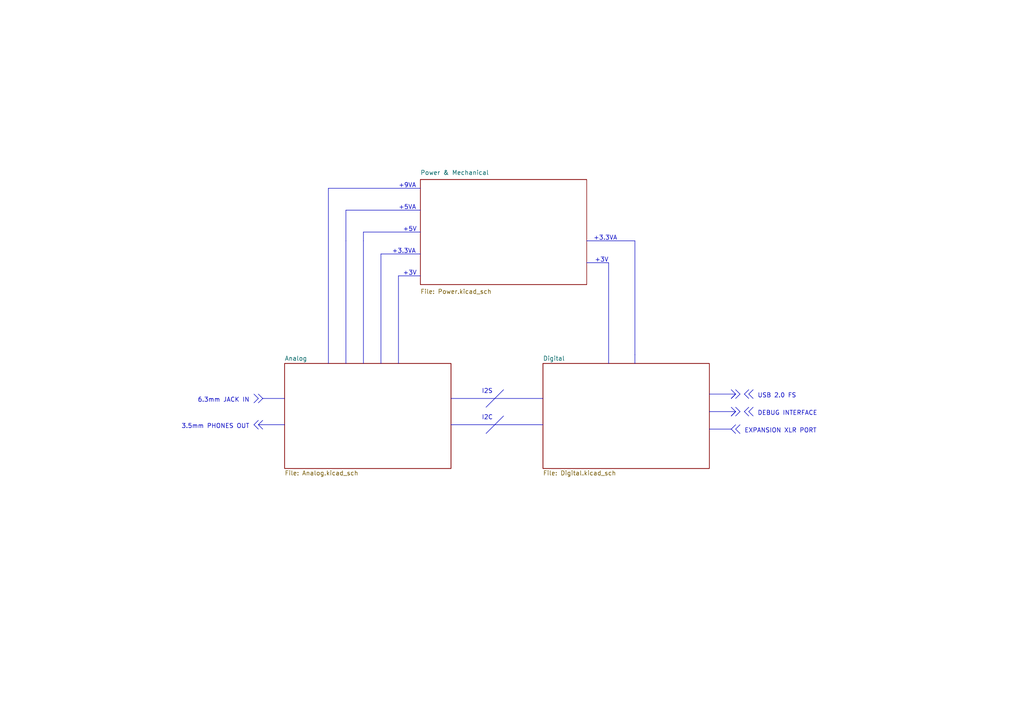
<source format=kicad_sch>
(kicad_sch (version 20230121) (generator eeschema)

  (uuid 74076231-107d-4bdf-9dd5-32b56350c043)

  (paper "A4")

  (title_block
    (title "Overview")
    (date "2024-03-14")
    (rev "v1.0")
  )

  (lib_symbols
  )


  (polyline (pts (xy 110.49 73.66) (xy 110.49 105.41))
    (stroke (width 0) (type default))
    (uuid 031b55ac-2f78-4d49-ac8c-8ffa810af2b7)
  )
  (polyline (pts (xy 218.44 118.11) (xy 217.17 119.38))
    (stroke (width 0) (type default))
    (uuid 032b7e1a-d3fa-43db-ba18-4809afc79ba3)
  )
  (polyline (pts (xy 215.9 119.38) (xy 217.17 118.11))
    (stroke (width 0) (type default))
    (uuid 0ba255d9-ee19-4e37-830d-41b843596d0b)
  )
  (polyline (pts (xy 100.33 60.96) (xy 100.33 69.85))
    (stroke (width 0) (type default))
    (uuid 0ffbf867-60bc-470e-abb9-f5a97c560612)
  )
  (polyline (pts (xy 205.74 114.3) (xy 213.36 114.3))
    (stroke (width 0) (type default))
    (uuid 135f2f81-75d0-4234-9311-08ecd42e84f0)
  )
  (polyline (pts (xy 215.9 114.3) (xy 217.17 115.57))
    (stroke (width 0) (type default))
    (uuid 25ace00b-72b1-4506-80c8-7a811e92f863)
  )
  (polyline (pts (xy 213.36 115.57) (xy 214.63 114.3))
    (stroke (width 0) (type default))
    (uuid 26e1352a-4b1b-4692-afca-209ca456c5bf)
  )
  (polyline (pts (xy 115.57 80.01) (xy 115.57 105.41))
    (stroke (width 0) (type default))
    (uuid 2a18b67e-52db-4ec1-9728-532b4c788e2e)
  )
  (polyline (pts (xy 74.93 123.19) (xy 76.2 124.46))
    (stroke (width 0) (type default))
    (uuid 2ddfcdc9-1962-4e61-b49c-c3728d85313e)
  )
  (polyline (pts (xy 170.18 76.2) (xy 176.53 76.2))
    (stroke (width 0) (type default))
    (uuid 32c13f0f-5efe-46f2-b474-e7a1e2a675e9)
  )
  (polyline (pts (xy 212.09 115.57) (xy 213.36 114.3))
    (stroke (width 0) (type default))
    (uuid 33507376-2ecf-4dc2-b3ff-352454709884)
  )
  (polyline (pts (xy 212.09 124.46) (xy 213.36 125.73))
    (stroke (width 0) (type default))
    (uuid 4873699e-f01a-428d-8e14-bfcc94c6e78e)
  )
  (polyline (pts (xy 140.97 118.11) (xy 146.05 113.03))
    (stroke (width 0) (type default))
    (uuid 4cc4bc3a-23ee-4219-a98d-cdaef02761af)
  )
  (polyline (pts (xy 213.36 124.46) (xy 214.63 125.73))
    (stroke (width 0) (type default))
    (uuid 5301264d-8ca7-4be6-bc35-b1f7beb43de2)
  )
  (polyline (pts (xy 105.41 69.85) (xy 105.41 105.41))
    (stroke (width 0) (type default))
    (uuid 59e1c0c6-8b3d-4fba-bf6f-d74e5891bf06)
  )
  (polyline (pts (xy 76.2 121.92) (xy 74.93 123.19))
    (stroke (width 0) (type default))
    (uuid 6057897c-4dad-4b14-817f-f33f34f02074)
  )
  (polyline (pts (xy 100.33 69.85) (xy 100.33 105.41))
    (stroke (width 0) (type default))
    (uuid 60db9494-449c-4e58-bc52-bd8167146f40)
  )
  (polyline (pts (xy 217.17 114.3) (xy 218.44 115.57))
    (stroke (width 0) (type default))
    (uuid 649ef268-7a2f-484d-95b5-ea7bd32edbd2)
  )
  (polyline (pts (xy 205.74 119.38) (xy 213.36 119.38))
    (stroke (width 0) (type default))
    (uuid 6b1ac323-500c-46bb-aa65-f6664763e16b)
  )
  (polyline (pts (xy 74.93 115.57) (xy 73.66 114.3))
    (stroke (width 0) (type default))
    (uuid 6f98d269-86bb-4053-85d0-4484672095ae)
  )
  (polyline (pts (xy 130.81 115.57) (xy 157.48 115.57))
    (stroke (width 0) (type default))
    (uuid 7230b173-6f59-4347-a1cb-c3d8f452db40)
  )
  (polyline (pts (xy 121.92 73.66) (xy 110.49 73.66))
    (stroke (width 0) (type default))
    (uuid 72fee6cf-1740-42f0-8714-aa34e97f04d9)
  )
  (polyline (pts (xy 213.36 120.65) (xy 214.63 119.38))
    (stroke (width 0) (type default))
    (uuid 75114deb-fdc1-48d6-b149-adcc1bc82a35)
  )
  (polyline (pts (xy 76.2 115.57) (xy 74.93 114.3))
    (stroke (width 0) (type default))
    (uuid 75fddc92-b0ec-4ca8-9d25-aa91993420aa)
  )
  (polyline (pts (xy 140.97 125.73) (xy 146.05 120.65))
    (stroke (width 0) (type default))
    (uuid 7af9ea12-4b4b-4e6b-9781-8997016851d0)
  )
  (polyline (pts (xy 95.25 54.61) (xy 95.25 105.41))
    (stroke (width 0) (type default))
    (uuid 8040ff08-6028-4e6a-97f6-6efb74385e3d)
  )
  (polyline (pts (xy 214.63 123.19) (xy 213.36 124.46))
    (stroke (width 0) (type default))
    (uuid 8478ed96-242a-4e4d-bf74-9e7f126ef574)
  )
  (polyline (pts (xy 215.9 114.3) (xy 217.17 113.03))
    (stroke (width 0) (type default))
    (uuid 84ec3b4d-e4f1-42f2-94f0-b6ab22724b15)
  )
  (polyline (pts (xy 121.92 80.01) (xy 115.57 80.01))
    (stroke (width 0) (type default))
    (uuid 91c55d02-0884-45d9-a24a-3b17e257f8d9)
  )
  (polyline (pts (xy 217.17 119.38) (xy 218.44 120.65))
    (stroke (width 0) (type default))
    (uuid 922146e3-3eef-4682-b3d4-b158aad387b6)
  )
  (polyline (pts (xy 76.2 115.57) (xy 74.93 116.84))
    (stroke (width 0) (type default))
    (uuid 93771e50-0a1d-4ce4-9925-294a1d096047)
  )
  (polyline (pts (xy 73.66 123.19) (xy 74.93 121.92))
    (stroke (width 0) (type default))
    (uuid 93fd632d-26ed-47d5-a7ac-22fc93af77c9)
  )
  (polyline (pts (xy 121.92 54.61) (xy 95.25 54.61))
    (stroke (width 0) (type default))
    (uuid 9ef2bb65-325d-48db-ae4d-e419e1ca9a0a)
  )
  (polyline (pts (xy 212.09 113.03) (xy 213.36 114.3))
    (stroke (width 0) (type default))
    (uuid a0a1fe94-fcda-4931-9449-f2fa7298cd8e)
  )
  (polyline (pts (xy 121.92 60.96) (xy 100.33 60.96))
    (stroke (width 0) (type default))
    (uuid a112f497-44ce-4097-997d-a7777b201051)
  )
  (polyline (pts (xy 212.09 120.65) (xy 213.36 119.38))
    (stroke (width 0) (type default))
    (uuid a679121d-de75-48fe-9ab1-f339fa31ff60)
  )
  (polyline (pts (xy 184.15 69.85) (xy 184.15 102.87))
    (stroke (width 0) (type default))
    (uuid a941ce33-d04f-415f-ba1c-c73f0eb1e711)
  )
  (polyline (pts (xy 215.9 119.38) (xy 217.17 120.65))
    (stroke (width 0) (type default))
    (uuid ae51566a-9d8c-4002-b21f-1cd921a8382a)
  )
  (polyline (pts (xy 130.81 123.19) (xy 157.48 123.19))
    (stroke (width 0) (type default))
    (uuid af7953ee-cf7a-4adb-b1ba-cc5c3cfabdc6)
  )
  (polyline (pts (xy 82.55 123.19) (xy 74.93 123.19))
    (stroke (width 0) (type default))
    (uuid b99247c2-0182-44a5-a2d6-4ee02892a4b0)
  )
  (polyline (pts (xy 82.55 115.57) (xy 76.2 115.57))
    (stroke (width 0) (type default))
    (uuid bb1fc7a3-3585-436a-b40b-71a416babe89)
  )
  (polyline (pts (xy 218.44 113.03) (xy 217.17 114.3))
    (stroke (width 0) (type default))
    (uuid bb68a923-e188-4108-b07d-9b8275122793)
  )
  (polyline (pts (xy 73.66 123.19) (xy 74.93 124.46))
    (stroke (width 0) (type default))
    (uuid c5f8d9c2-0f22-4aab-8dec-3e91d8e8d592)
  )
  (polyline (pts (xy 121.92 67.31) (xy 105.41 67.31))
    (stroke (width 0) (type default))
    (uuid cbc402af-d91f-43c6-9ccc-2458338c2041)
  )
  (polyline (pts (xy 205.74 124.46) (xy 212.09 124.46))
    (stroke (width 0) (type default))
    (uuid cf0bf4b4-5e12-4ea6-af91-01b12504216d)
  )
  (polyline (pts (xy 212.09 118.11) (xy 213.36 119.38))
    (stroke (width 0) (type default))
    (uuid d75ac085-9eaa-4bc0-b9af-0d10277a24e8)
  )
  (polyline (pts (xy 170.18 69.85) (xy 184.15 69.85))
    (stroke (width 0) (type default))
    (uuid e0819bd1-3ec7-4bc4-979c-5bb28a133605)
  )
  (polyline (pts (xy 184.15 102.87) (xy 184.15 105.41))
    (stroke (width 0) (type default))
    (uuid e8ec82e3-e51f-46c5-9aef-af78d99d8f37)
  )
  (polyline (pts (xy 213.36 118.11) (xy 214.63 119.38))
    (stroke (width 0) (type default))
    (uuid ec043b46-0b6c-4fb2-bf2f-147b39eb02ab)
  )
  (polyline (pts (xy 105.41 67.31) (xy 105.41 69.85))
    (stroke (width 0) (type default))
    (uuid ed67fd32-31d8-4de8-81fd-8467f7ddac9e)
  )
  (polyline (pts (xy 176.53 76.2) (xy 176.53 105.41))
    (stroke (width 0) (type default))
    (uuid f393f101-97ad-43c3-ac3e-a6c5312a383c)
  )
  (polyline (pts (xy 73.66 116.84) (xy 74.93 115.57))
    (stroke (width 0) (type default))
    (uuid f8c783bf-b70f-4a1a-9ee3-692381bdcb41)
  )
  (polyline (pts (xy 212.09 115.57) (xy 213.36 114.3))
    (stroke (width 0) (type default))
    (uuid fadb562d-c8e2-478a-a329-a9c26c387c75)
  )
  (polyline (pts (xy 212.09 124.46) (xy 213.36 123.19))
    (stroke (width 0) (type default))
    (uuid fe2095eb-c498-4423-9b44-0c49802ff3e8)
  )
  (polyline (pts (xy 213.36 113.03) (xy 214.63 114.3))
    (stroke (width 0) (type default))
    (uuid fe2d2d40-272b-497d-a3ac-05963dea2304)
  )
  (polyline (pts (xy 212.09 120.65) (xy 213.36 119.38))
    (stroke (width 0) (type default))
    (uuid ffe74524-afec-4593-b249-2d5553b103aa)
  )

  (text "+9VA\n" (at 115.57 54.61 0)
    (effects (font (size 1.27 1.27)) (justify left bottom))
    (uuid 0627037e-3e64-47c9-a9a7-53198cf5330e)
  )
  (text "+3V\n" (at 116.84 80.01 0)
    (effects (font (size 1.27 1.27)) (justify left bottom))
    (uuid 47f7f55f-6158-4ca5-88db-04d02d39e283)
  )
  (text "EXPANSION XLR PORT\n" (at 215.9 125.73 0)
    (effects (font (size 1.27 1.27)) (justify left bottom))
    (uuid 5cadf717-a28d-46f5-9379-81975670aaa7)
  )
  (text "6.3mm JACK IN\n" (at 72.39 116.84 0)
    (effects (font (size 1.27 1.27)) (justify right bottom))
    (uuid 70e0578f-6fbf-4e03-ad11-7b5622609b77)
  )
  (text "DEBUG INTERFACE\n" (at 219.71 120.65 0)
    (effects (font (size 1.27 1.27)) (justify left bottom))
    (uuid 7c1261cf-eca5-4937-b771-633a34a4a2e5)
  )
  (text "USB 2.0 FS" (at 219.71 115.57 0)
    (effects (font (size 1.27 1.27)) (justify left bottom))
    (uuid 7d4af6a7-f4f6-417b-a9f3-baf9eb4f5400)
  )
  (text "+3V\n" (at 176.53 76.2 0)
    (effects (font (size 1.27 1.27)) (justify right bottom))
    (uuid 9a73ee1e-2c1b-4b1b-b0a3-4c1c382fa6ee)
  )
  (text "+5V" (at 116.84 67.31 0)
    (effects (font (size 1.27 1.27)) (justify left bottom))
    (uuid a0d40766-e512-4a11-9066-90ce05e25089)
  )
  (text "I2C\n" (at 139.7 121.92 0)
    (effects (font (size 1.27 1.27)) (justify left bottom))
    (uuid a65aef38-a821-4bf7-9d3d-0f2cf99a4ff9)
  )
  (text "+3.3VA\n" (at 179.07 69.85 0)
    (effects (font (size 1.27 1.27)) (justify right bottom))
    (uuid ace3a147-e730-477e-a181-2216ea0c8392)
  )
  (text "3.5mm PHONES OUT" (at 72.39 124.46 0)
    (effects (font (size 1.27 1.27)) (justify right bottom))
    (uuid bc0cf86a-fe6d-44e4-85f1-ec4bb0f5de19)
  )
  (text "+5VA\n" (at 115.57 60.96 0)
    (effects (font (size 1.27 1.27)) (justify left bottom))
    (uuid bcc31ad7-aec4-4ba1-b219-f28a112d0729)
  )
  (text "+3.3VA\n" (at 120.65 73.66 0)
    (effects (font (size 1.27 1.27)) (justify right bottom))
    (uuid c8118898-5393-4a39-b36e-ceaeb8c39e00)
  )
  (text "I2S" (at 139.7 114.3 0)
    (effects (font (size 1.27 1.27)) (justify left bottom))
    (uuid ce83de16-4599-4a2b-8fd2-6a703754d373)
  )

  (sheet (at 82.55 105.41) (size 48.26 30.48) (fields_autoplaced)
    (stroke (width 0.1524) (type solid))
    (fill (color 0 0 0 0.0000))
    (uuid 3b60d6dd-3203-4c56-8bba-008c464516eb)
    (property "Sheetname" "Analog" (at 82.55 104.6984 0)
      (effects (font (size 1.27 1.27)) (justify left bottom))
    )
    (property "Sheetfile" "Analog.kicad_sch" (at 82.55 136.4746 0)
      (effects (font (size 1.27 1.27)) (justify left top))
    )
    (instances
      (project "Apothecary - DSP Development Board"
        (path "/74076231-107d-4bdf-9dd5-32b56350c043" (page "2"))
      )
    )
  )

  (sheet (at 121.92 52.07) (size 48.26 30.48)
    (stroke (width 0.1524) (type solid))
    (fill (color 0 0 0 0.0000))
    (uuid 516f144f-fef3-4135-a03a-6ba6a20c6ea6)
    (property "Sheetname" "Power & Mechanical" (at 121.92 50.8 0)
      (effects (font (size 1.27 1.27)) (justify left bottom))
    )
    (property "Sheetfile" "Power.kicad_sch" (at 121.92 83.82 0)
      (effects (font (size 1.27 1.27)) (justify left top))
    )
    (instances
      (project "Apothecary - DSP Development Board"
        (path "/74076231-107d-4bdf-9dd5-32b56350c043" (page "5"))
      )
    )
  )

  (sheet (at 157.48 105.41) (size 48.26 30.48) (fields_autoplaced)
    (stroke (width 0.1524) (type solid))
    (fill (color 0 0 0 0.0000))
    (uuid a85a4262-e899-48f2-9453-14624b95fe8d)
    (property "Sheetname" "Digital" (at 157.48 104.6984 0)
      (effects (font (size 1.27 1.27)) (justify left bottom))
    )
    (property "Sheetfile" "Digital.kicad_sch" (at 157.48 136.4746 0)
      (effects (font (size 1.27 1.27)) (justify left top))
    )
    (instances
      (project "Apothecary - DSP Development Board"
        (path "/74076231-107d-4bdf-9dd5-32b56350c043" (page "4"))
      )
    )
  )

  (sheet_instances
    (path "/" (page "1"))
  )
)

</source>
